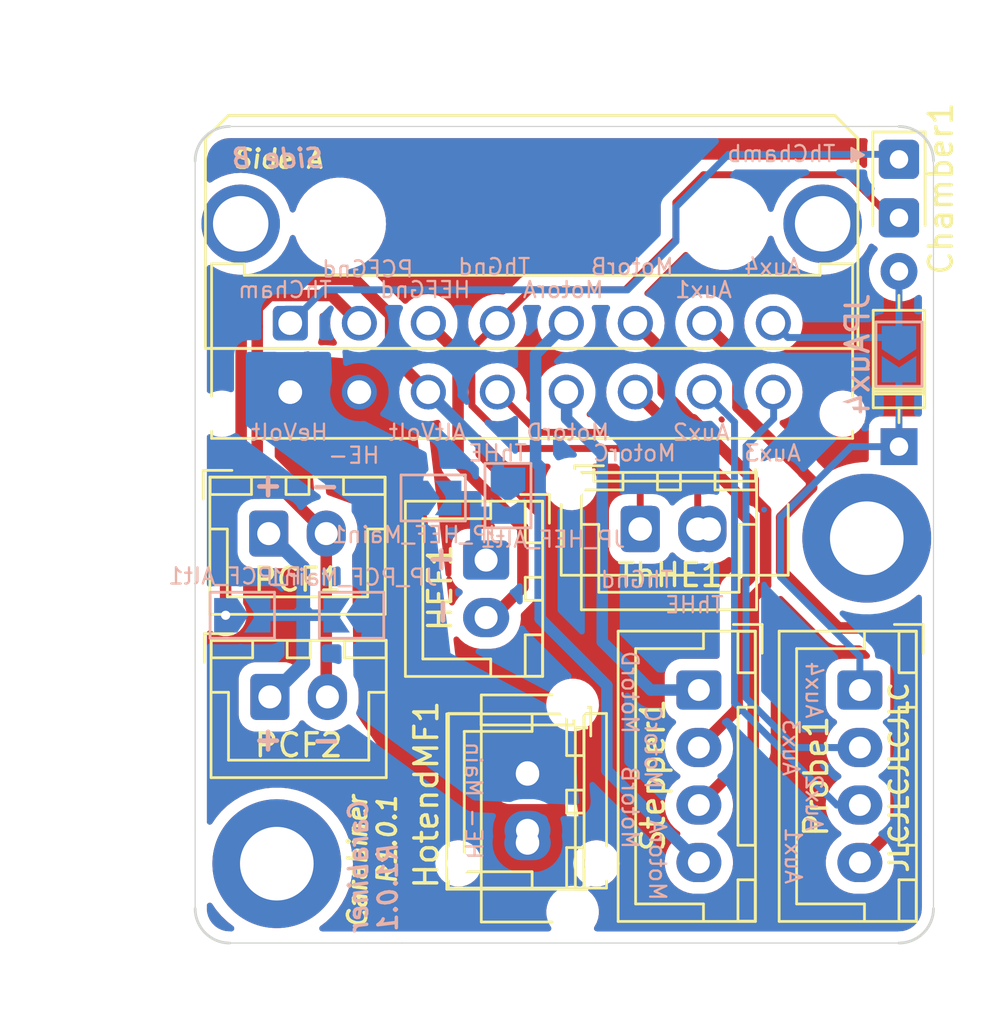
<source format=kicad_pcb>
(kicad_pcb (version 20210623) (generator pcbnew)
  (layers (0 "F.Cu" signal) (31 "B.Cu" signal) (34 "B.Paste" user) (35 "F.Paste" user) (36 "B.SilkS" user "B.Silkscreen") (37 "F.SilkS" user "F.Silkscreen") (38 "B.Mask" user) (39 "F.Mask" user) (44 "Edge.Cuts" user))
  (net 0 "")
  (net 1 "PcFanGnd")
  (net 2 "HotendFanGnd")
  (net 3 "Dio_A4")
  (net 4 "A4")
  (net 5 "Stepper1A")
  (net 6 "Stepper1B")
  (net 7 "Stepper2A")
  (net 8 "Stepper2B")
  (net 9 "HotendNeg")
  (net 10 "A1")
  (net 11 "A2")
  (net 12 "A3")
  (net 13 "HotendFanSwitch")
  (net 14 "PcFanSwitch")
  (net 15 "AltVolt")
  (net 16 "ThCommonGnd")
  (net 17 "ThChamber")
  (net 18 "HotendVoltage")
  (net 19 "ThHotend")
  (footprint "Diode_THT:D_DO-35_SOD27_P7.62mm_Horizontal" (layer "F.Cu") (at 81.1 47.92 90)
    (fp_text reference "D1" hide)
    (fp_text value "B350")
    (pad "1" thru_hole rect locked (at 0 0 90) (size 1.6 1.6) (drill 0.8) (layers *.Cu *.Mask) (net 3 "Dio_A4"))
    (pad "2" thru_hole oval locked (at 7.62 0 90) (size 1.6 1.6) (drill 0.8) (layers *.Cu *.Mask) (net 4 "A4"))
  )
  (footprint "MountingHole:MountingHole_3.2mm_M3_DIN965_Pad" (layer "F.Cu") (at 54.05 66.05)
    (fp_text reference "H1" hide)
    (fp_text value "MountingHole")
    (pad "1" thru_hole circle locked (at 0 0) (size 5.6 5.6) (drill 3.2) (layers *.Cu *.Mask))
  )
  (footprint "MountingHole:MountingHole_3.2mm_M3_DIN965_Pad" (layer "F.Cu") (at 79.7 51.9)
    (fp_text reference "H2" hide)
    (fp_text value "MountingHole")
    (pad "1" thru_hole circle locked (at 0 0) (size 5.6 5.6) (drill 3.2) (layers *.Cu *.Mask))
  )
  (footprint "Connector_Molex:Molex_Micro-Fit_3.0_43650-0215_1x02_P3.00mm_Vertical" (layer "F.Cu") (at 64.95 62.15 -90)
    (fp_text reference "HotendMF1" (at 0.9 4.4 90) (layer "F.SilkS"))
    (fp_text value "Hotend MF 43650-0215")
    (pad "" np_thru_hole circle locked (at -3 -1.96 270) (size 1.27 1.27) (drill 1.27) (layers *.Cu *.Mask))
    (pad "" np_thru_hole circle locked (at 6 -1.96 270) (size 1.27 1.27) (drill 1.27) (layers *.Cu *.Mask))
    (pad "1" thru_hole roundrect locked (at 0 0 270) (size 1.5 2.02) (drill 1.02) (layers *.Cu *.Mask) (roundrect_rratio 0.1666673333) (net 18 "HotendVoltage"))
    (pad "2" thru_hole oval locked (at 3 0 270) (size 1.5 2.02) (drill 1.02) (layers *.Cu *.Mask) (net 9 "HotendNeg"))
  )
  (footprint "Connector_JST:JST_XH_B2B-XH-A_1x02_P2.50mm_Vertical" (layer "F.Cu") (at 63.15 52.85 -90)
    (fp_text reference "HEF1" (at 1.2 2 90) (layer "F.SilkS"))
    (fp_text value "HotendFan")
    (pad "1" thru_hole roundrect locked (at 0 0 270) (size 1.7 2) (drill 1) (layers *.Cu *.Mask) (roundrect_rratio 0.1470588235) (net 13 "HotendFanSwitch"))
    (pad "2" thru_hole oval locked (at 2.5 0 270) (size 1.7 2) (drill 1) (layers *.Cu *.Mask) (net 2 "HotendFanGnd"))
  )
  (footprint "Connector_Molex:Molex_Micro-Fit_3.0_43045-1600_2x08_P3.00mm_Horizontal" (layer "F.Cu") (at 54.63 42.55)
    (fp_text reference "J7" hide)
    (fp_text value "MF-Horizontal 43045-1600")
    (pad "" np_thru_hole circle locked (at 2.16 -4.32) (size 3 3) (drill 3) (layers *.Cu *.Mask))
    (pad "" np_thru_hole circle locked (at 18.86 -4.32) (size 3 3) (drill 3) (layers *.Cu *.Mask))
    (pad "1" thru_hole roundrect locked (at 0 0) (size 1.5 1.5) (drill 1.02) (layers *.Cu *.Mask) (roundrect_rratio 0.1666673333) (net 17 "ThChamber"))
    (pad "2" thru_hole circle locked (at 3 0) (size 1.5 1.5) (drill 1.02) (layers *.Cu *.Mask) (net 1 "PcFanGnd"))
    (pad "3" thru_hole circle locked (at 6 0) (size 1.5 1.5) (drill 1.02) (layers *.Cu *.Mask) (net 2 "HotendFanGnd"))
    (pad "4" thru_hole circle locked (at 9 0) (size 1.5 1.5) (drill 1.02) (layers *.Cu *.Mask) (net 16 "ThCommonGnd"))
    (pad "5" thru_hole circle locked (at 12 0) (size 1.5 1.5) (drill 1.02) (layers *.Cu *.Mask) (net 5 "Stepper1A"))
    (pad "6" thru_hole circle locked (at 15 0) (size 1.5 1.5) (drill 1.02) (layers *.Cu *.Mask) (net 6 "Stepper1B"))
    (pad "7" thru_hole circle locked (at 18 0) (size 1.5 1.5) (drill 1.02) (layers *.Cu *.Mask) (net 10 "A1"))
    (pad "8" thru_hole circle locked (at 21 0) (size 1.5 1.5) (drill 1.02) (layers *.Cu *.Mask) (net 4 "A4"))
    (pad "9" thru_hole circle locked (at 0 3) (size 1.5 1.5) (drill 1.02) (layers *.Cu *.Mask) (net 18 "HotendVoltage"))
    (pad "10" thru_hole circle locked (at 3 3) (size 1.5 1.5) (drill 1.02) (layers *.Cu *.Mask) (net 9 "HotendNeg"))
    (pad "11" thru_hole circle locked (at 6 3) (size 1.5 1.5) (drill 1.02) (layers *.Cu *.Mask) (net 15 "AltVolt"))
    (pad "12" thru_hole circle locked (at 9 3) (size 1.5 1.5) (drill 1.02) (layers *.Cu *.Mask) (net 19 "ThHotend"))
    (pad "13" thru_hole circle locked (at 12 3) (size 1.5 1.5) (drill 1.02) (layers *.Cu *.Mask) (net 8 "Stepper2B"))
    (pad "14" thru_hole circle locked (at 15 3) (size 1.5 1.5) (drill 1.02) (layers *.Cu *.Mask) (net 7 "Stepper2A"))
    (pad "15" thru_hole circle locked (at 18 3) (size 1.5 1.5) (drill 1.02) (layers *.Cu *.Mask) (net 11 "A2"))
    (pad "16" thru_hole circle locked (at 21 3) (size 1.5 1.5) (drill 1.02) (layers *.Cu *.Mask) (net 12 "A3"))
  )
  (footprint "Connector_JST:JST_XH_B2B-XH-A_1x02_P2.50mm_Vertical" (layer "F.Cu") (at 53.7 51.7)
    (fp_text reference "PCF1" (at 1.25 2) (layer "F.SilkS"))
    (fp_text value "PcFan1")
    (pad "1" thru_hole roundrect locked (at 0 0) (size 1.7 2) (drill 1) (layers *.Cu *.Mask) (roundrect_rratio 0.1470588235) (net 14 "PcFanSwitch"))
    (pad "2" thru_hole oval locked (at 2.5 0) (size 1.7 2) (drill 1) (layers *.Cu *.Mask) (net 1 "PcFanGnd"))
  )
  (footprint "Connector_JST:JST_XH_B2B-XH-A_1x02_P2.50mm_Vertical" (layer "F.Cu") (at 53.75 58.8)
    (fp_text reference "PCF2" (at 1.25 2.1) (layer "F.SilkS"))
    (fp_text value "PcFan2")
    (pad "1" thru_hole roundrect locked (at 0 0) (size 1.7 2) (drill 1) (layers *.Cu *.Mask) (roundrect_rratio 0.1470588235) (net 14 "PcFanSwitch"))
    (pad "2" thru_hole oval locked (at 2.5 0) (size 1.7 2) (drill 1) (layers *.Cu *.Mask) (net 1 "PcFanGnd"))
  )
  (footprint "Connector_JST:JST_XH_B4B-XH-A_1x04_P2.50mm_Vertical" (layer "F.Cu") (at 79.4 58.5 -90)
    (fp_text reference "Probe1" (at 3.75 1.9 90) (layer "F.SilkS"))
    (fp_text value "Probe")
    (pad "1" thru_hole roundrect locked (at 0 0 270) (size 1.7 1.95) (drill 0.95) (layers *.Cu *.Mask) (roundrect_rratio 0.1470588235) (net 3 "Dio_A4"))
    (pad "2" thru_hole oval locked (at 2.5 0 270) (size 1.7 1.95) (drill 0.95) (layers *.Cu *.Mask) (net 12 "A3"))
    (pad "3" thru_hole oval locked (at 5 0 270) (size 1.7 1.95) (drill 0.95) (layers *.Cu *.Mask) (net 11 "A2"))
    (pad "4" thru_hole oval locked (at 7.5 0 270) (size 1.7 1.95) (drill 0.95) (layers *.Cu *.Mask) (net 10 "A1"))
  )
  (footprint "Connector_JST:JST_XH_B4B-XH-A_1x04_P2.50mm_Vertical" (layer "F.Cu") (at 72.4 58.5 -90)
    (fp_text reference "Stepper1" (at 3.7 2 90) (layer "F.SilkS"))
    (fp_text value "E-Stepper")
    (pad "1" thru_hole roundrect locked (at 0 0 270) (size 1.7 1.95) (drill 0.95) (layers *.Cu *.Mask) (roundrect_rratio 0.1470588235) (net 8 "Stepper2B"))
    (pad "2" thru_hole oval locked (at 2.5 0 270) (size 1.7 1.95) (drill 0.95) (layers *.Cu *.Mask) (net 7 "Stepper2A"))
    (pad "3" thru_hole oval locked (at 5 0 270) (size 1.7 1.95) (drill 0.95) (layers *.Cu *.Mask) (net 6 "Stepper1B"))
    (pad "4" thru_hole oval locked (at 7.5 0 270) (size 1.7 1.95) (drill 0.95) (layers *.Cu *.Mask) (net 5 "Stepper1A"))
  )
  (footprint "Connector_JST:JST_XH_B2B-XH-A_1x02_P2.50mm_Vertical" (layer "F.Cu") (at 69.85 51.5)
    (fp_text reference "ThHE1" (at 1.3 2) (layer "F.SilkS"))
    (fp_text value "Thermistor")
    (pad "1" thru_hole roundrect locked (at 0 0) (size 1.7 2) (drill 1) (layers *.Cu *.Mask) (roundrect_rratio 0.1470588235) (net 16 "ThCommonGnd"))
    (pad "2" thru_hole oval locked (at 2.5 0) (size 1.7 2) (drill 1) (layers *.Cu *.Mask) (net 19 "ThHotend"))
  )
  (footprint "carabiner-footprints:0603_to_1206_THT" (layer "F.Cu") (at 81.1 36.7 -90)
    (fp_text reference "Chamber1" (at 0 -1.82 -90) (layer "F.SilkS"))
    (fp_text value "Thermistor")
    (pad "1" thru_hole roundrect locked (at -1.27 0 270) (size 1.7 1.75) (drill 0.8) (layers *.Cu *.Mask) (roundrect_rratio 0.175) (net 17 "ThChamber"))
    (pad "2" thru_hole roundrect locked (at 1.27 0 270) (size 1.7 1.75) (drill 0.8) (layers *.Cu *.Mask) (roundrect_rratio 0.175) (net 16 "ThCommonGnd"))
  )
  (footprint "Connector_JST:JST_XH_B2B-XH-A_1x02_P2.50mm_Vertical" (layer "F.Cu") (at 64.95 62.1 -90)
    (fp_text reference "HotendXH1")
    (fp_text value "HotendXHTool")
    (pad "1" thru_hole roundrect locked (at 0 0 270) (size 1.7 2) (drill 1) (layers *.Cu *.Mask) (roundrect_rratio 0.1470588235) (net 18 "HotendVoltage"))
    (pad "2" thru_hole oval locked (at 2.5 0 270) (size 1.7 2) (drill 1) (layers *.Cu *.Mask) (net 9 "HotendNeg"))
  )
  (footprint "Connector_Molex:Molex_Micro-Fit_3.0_43045-1612_2x08_P3.00mm_Vertical" (layer "F.Cu") (at 54.65 42.55)
    (fp_text reference "J1" hide)
    (fp_text value "MF-Vertical  43045-1612")
    (pad "" np_thru_hole circle locked (at 24 3.94) (size 1 1) (drill 1) (layers *.Cu *.Mask))
    (pad "" np_thru_hole circle locked (at -3 3.94) (size 1 1) (drill 1) (layers *.Cu *.Mask))
    (pad "1" thru_hole roundrect locked (at 0 0) (size 1.5 1.5) (drill 1) (layers *.Cu *.Mask) (roundrect_rratio 0.1666673333) (net 17 "ThChamber"))
    (pad "2" thru_hole circle locked (at 3 0) (size 1.5 1.5) (drill 1) (layers *.Cu *.Mask) (net 1 "PcFanGnd"))
    (pad "3" thru_hole circle locked (at 6 0) (size 1.5 1.5) (drill 1) (layers *.Cu *.Mask) (net 2 "HotendFanGnd"))
    (pad "4" thru_hole circle locked (at 9 0) (size 1.5 1.5) (drill 1) (layers *.Cu *.Mask) (net 16 "ThCommonGnd"))
    (pad "5" thru_hole circle locked (at 12 0) (size 1.5 1.5) (drill 1) (layers *.Cu *.Mask) (net 5 "Stepper1A"))
    (pad "6" thru_hole circle locked (at 15 0) (size 1.5 1.5) (drill 1) (layers *.Cu *.Mask) (net 6 "Stepper1B"))
    (pad "7" thru_hole circle locked (at 18 0) (size 1.5 1.5) (drill 1) (layers *.Cu *.Mask) (net 10 "A1"))
    (pad "8" thru_hole circle locked (at 21 0) (size 1.5 1.5) (drill 1) (layers *.Cu *.Mask) (net 4 "A4"))
    (pad "9" thru_hole circle locked (at 0 3) (size 1.5 1.5) (drill 1) (layers *.Cu *.Mask) (net 18 "HotendVoltage"))
    (pad "10" thru_hole circle locked (at 3 3) (size 1.5 1.5) (drill 1) (layers *.Cu *.Mask) (net 9 "HotendNeg"))
    (pad "11" thru_hole circle locked (at 6 3) (size 1.5 1.5) (drill 1) (layers *.Cu *.Mask) (net 15 "AltVolt"))
    (pad "12" thru_hole circle locked (at 9 3) (size 1.5 1.5) (drill 1) (layers *.Cu *.Mask) (net 19 "ThHotend"))
    (pad "13" thru_hole circle locked (at 12 3) (size 1.5 1.5) (drill 1) (layers *.Cu *.Mask) (net 8 "Stepper2B"))
    (pad "14" thru_hole circle locked (at 15 3) (size 1.5 1.5) (drill 1) (layers *.Cu *.Mask) (net 7 "Stepper2A"))
    (pad "15" thru_hole circle locked (at 18 3) (size 1.5 1.5) (drill 1) (layers *.Cu *.Mask) (net 11 "A2"))
    (pad "16" thru_hole circle locked (at 21 3) (size 1.5 1.5) (drill 1) (layers *.Cu *.Mask) (net 12 "A3"))
  )
  (footprint "Connector_Molex:Molex_Micro-Fit_3.0_43650-0215_1x02_P3.00mm_Vertical" (layer "F.Cu") (at 69.85 51.5)
    (fp_text reference "ThHe_MF1" hide)
    (fp_text value "Thermistor MF 43650-0215")
    (pad "" np_thru_hole circle locked (at -3 -1.96) (size 1.27 1.27) (drill 1.27) (layers *.Cu *.Mask))
    (pad "" np_thru_hole circle locked (at 6 -1.96) (size 1.27 1.27) (drill 1.27) (layers *.Cu *.Mask))
    (pad "1" thru_hole roundrect locked (at 0 0) (size 1.5 2.02) (drill 1.02) (layers *.Cu *.Mask) (roundrect_rratio 0.1666673333) (net 16 "ThCommonGnd"))
    (pad "2" thru_hole oval locked (at 3 0) (size 1.5 2.02) (drill 1.02) (layers *.Cu *.Mask) (net 19 "ThHotend"))
  )
  (footprint "Connector_Molex:Molex_Micro-Fit_3.0_43045-1621_2x08-1MP_P3.00mm_Horizontal" (layer "F.Cu") (at 54.63 42.55)
    (fp_text reference "J2" hide)
    (fp_text value "MF-Horizontal 43045-1621")
    (pad "1" thru_hole roundrect locked (at 0 0) (size 1.5 1.5) (drill 1.02) (layers *.Cu *.Mask) (roundrect_rratio 0.1666673333) (net 17 "ThChamber"))
    (pad "2" thru_hole circle locked (at 3 0) (size 1.5 1.5) (drill 1.02) (layers *.Cu *.Mask) (net 1 "PcFanGnd"))
    (pad "3" thru_hole circle locked (at 6 0) (size 1.5 1.5) (drill 1.02) (layers *.Cu *.Mask) (net 2 "HotendFanGnd"))
    (pad "4" thru_hole circle locked (at 9 0) (size 1.5 1.5) (drill 1.02) (layers *.Cu *.Mask) (net 16 "ThCommonGnd"))
    (pad "5" thru_hole circle locked (at 12 0) (size 1.5 1.5) (drill 1.02) (layers *.Cu *.Mask) (net 5 "Stepper1A"))
    (pad "6" thru_hole circle locked (at 15 0) (size 1.5 1.5) (drill 1.02) (layers *.Cu *.Mask) (net 6 "Stepper1B"))
    (pad "7" thru_hole circle locked (at 18 0) (size 1.5 1.5) (drill 1.02) (layers *.Cu *.Mask) (net 10 "A1"))
    (pad "8" thru_hole circle locked (at 21 0) (size 1.5 1.5) (drill 1.02) (layers *.Cu *.Mask) (net 4 "A4"))
    (pad "9" thru_hole circle locked (at 0 3) (size 1.5 1.5) (drill 1.02) (layers *.Cu *.Mask) (net 18 "HotendVoltage"))
    (pad "10" thru_hole circle locked (at 3 3) (size 1.5 1.5) (drill 1.02) (layers *.Cu *.Mask) (net 9 "HotendNeg"))
    (pad "11" thru_hole circle locked (at 6 3) (size 1.5 1.5) (drill 1.02) (layers *.Cu *.Mask) (net 15 "AltVolt"))
    (pad "12" thru_hole circle locked (at 9 3) (size 1.5 1.5) (drill 1.02) (layers *.Cu *.Mask) (net 19 "ThHotend"))
    (pad "13" thru_hole circle locked (at 12 3) (size 1.5 1.5) (drill 1.02) (layers *.Cu *.Mask) (net 8 "Stepper2B"))
    (pad "14" thru_hole circle locked (at 15 3) (size 1.5 1.5) (drill 1.02) (layers *.Cu *.Mask) (net 7 "Stepper2A"))
    (pad "15" thru_hole circle locked (at 18 3) (size 1.5 1.5) (drill 1.02) (layers *.Cu *.Mask) (net 11 "A2"))
    (pad "16" thru_hole circle locked (at 21 3) (size 1.5 1.5) (drill 1.02) (layers *.Cu *.Mask) (net 12 "A3"))
    (pad "MP" thru_hole circle locked (at 23.15 -4.32) (size 3.41 3.41) (drill 2.41) (layers *.Cu *.Mask))
    (pad "MP" thru_hole circle locked (at -2.15 -4.32) (size 3.41 3.41) (drill 2.41) (layers *.Cu *.Mask))
  )
  (footprint "Connector_Molex:Molex_Micro-Fit_3.0_43045-0212_2x01_P3.00mm_Vertical" (layer "F.Cu") (at 64.95 62.1)
    (fp_text reference "HotendMF2" hide)
    (fp_text value " Hotend MF 43045-0212")
    (pad "" np_thru_hole circle locked (at -3 3.94) (size 1 1) (drill 1) (layers *.Cu *.Mask))
    (pad "" np_thru_hole circle locked (at 3 3.94) (size 1 1) (drill 1) (layers *.Cu *.Mask))
    (pad "1" thru_hole roundrect locked (at 0 0) (size 1.5 1.5) (drill 1) (layers *.Cu *.Mask) (roundrect_rratio 0.1666673333) (net 18 "HotendVoltage"))
    (pad "2" thru_hole circle locked (at 0 3) (size 1.5 1.5) (drill 1) (layers *.Cu *.Mask) (net 9 "HotendNeg"))
  )
  (footprint "Annex:AnnexLogo" (layer "F.Cu") (at 65.4 37.3)
    (fp_text reference "LOGO1" hide)
    (fp_text value "Logo_Open_Hardware_Small" hide)
  )
  (footprint "Annex:AnnexLogoBack" (layer "F.Cu") (at 66.7 37.3)
    (fp_text reference "LOGO2" hide)
    (fp_text value "Logo_Open_Hardware_Small" hide)
  )
  (footprint "Jumper:SolderJumper-2_P1.3mm_Open_TrianglePad1.0x1.5mm" (layer "B.Cu") (at 81.1 43.9 -90)
    (fp_text reference "JPAux4" (at 0 1.8 -90) (layer "B.SilkS") (effects (justify mirror)))
    (fp_text value "SolderJumper_2_Open")
    (pad "1" smd custom locked (at -0.725 0 270) (size 0.3 0.3) (layers "B.Cu" "B.Mask") (net 4 "A4") (options (clearance outline) (anchor rect)) (primitives (gr_poly (pts (xy -0.5 0.75) (xy 0.5 0.75) (xy 1 0) (xy 0.5 -0.75) (xy -0.5 -0.75)) (width 0) (fill yes))))
    (pad "2" smd custom locked (at 0.725 0 270) (size 0.3 0.3) (layers "B.Cu" "B.Mask") (net 3 "Dio_A4") (options (clearance outline) (anchor rect)) (primitives (gr_poly (pts (xy -0.65 0.75) (xy 0.5 0.75) (xy 0.5 -0.75) (xy -0.65 -0.75) (xy -0.15 0)) (width 0) (fill yes))))
  )
  (footprint "Jumper:SolderJumper-2_P1.3mm_Open_TrianglePad1.0x1.5mm" (layer "B.Cu") (at 64.1 50.05 -90)
    (fp_text reference "JP_HEF_Alt1" (at 1.9 -1.95 180) (layer "B.SilkS") (effects (font (size 0.7 0.7) (thickness 0.1)) (justify mirror)))
    (fp_text value "SolderJumper_2_Open")
    (pad "1" smd custom locked (at -0.725 0 270) (size 0.3 0.3) (layers "B.Cu" "B.Mask") (net 15 "AltVolt") (options (clearance outline) (anchor rect)) (primitives (gr_poly (pts (xy -0.5 0.75) (xy 0.5 0.75) (xy 1 0) (xy 0.5 -0.75) (xy -0.5 -0.75)) (width 0) (fill yes))))
    (pad "2" smd custom locked (at 0.725 0 270) (size 0.3 0.3) (layers "B.Cu" "B.Mask") (net 13 "HotendFanSwitch") (options (clearance outline) (anchor rect)) (primitives (gr_poly (pts (xy -0.65 0.75) (xy 0.5 0.75) (xy 0.5 -0.75) (xy -0.65 -0.75) (xy -0.15 0)) (width 0) (fill yes))))
  )
  (footprint "Jumper:SolderJumper-2_P1.3mm_Open_TrianglePad1.0x1.5mm" (layer "B.Cu") (at 60.85 50.15)
    (fp_text reference "JP_HEF_Main1" (at -0.75 1.6) (layer "B.SilkS") (effects (font (size 0.7 0.7) (thickness 0.1)) (justify mirror)))
    (fp_text value "SolderJumper_2_Open")
    (pad "1" smd custom locked (at -0.725 0) (size 0.3 0.3) (layers "B.Cu" "B.Mask") (net 18 "HotendVoltage") (options (clearance outline) (anchor rect)) (primitives (gr_poly (pts (xy -0.5 0.75) (xy 0.5 0.75) (xy 1 0) (xy 0.5 -0.75) (xy -0.5 -0.75)) (width 0) (fill yes))))
    (pad "2" smd custom locked (at 0.725 0) (size 0.3 0.3) (layers "B.Cu" "B.Mask") (net 13 "HotendFanSwitch") (options (clearance outline) (anchor rect)) (primitives (gr_poly (pts (xy -0.65 0.75) (xy 0.5 0.75) (xy 0.5 -0.75) (xy -0.65 -0.75) (xy -0.15 0)) (width 0) (fill yes))))
  )
  (footprint "Jumper:SolderJumper-2_P1.3mm_Open_TrianglePad1.0x1.5mm" (layer "B.Cu") (at 52.55 55.25)
    (fp_text reference "JP_PCF_Alt1" (at -0.05 -1.7) (layer "B.SilkS") (effects (font (size 0.7 0.7) (thickness 0.1)) (justify mirror)))
    (fp_text value "SolderJumper_2_Open")
    (pad "1" smd custom locked (at -0.725 0) (size 0.3 0.3) (layers "B.Cu" "B.Mask") (net 15 "AltVolt") (options (clearance outline) (anchor rect)) (primitives (gr_poly (pts (xy -0.5 0.75) (xy 0.5 0.75) (xy 1 0) (xy 0.5 -0.75) (xy -0.5 -0.75)) (width 0) (fill yes))))
    (pad "2" smd custom locked (at 0.725 0) (size 0.3 0.3) (layers "B.Cu" "B.Mask") (net 14 "PcFanSwitch") (options (clearance outline) (anchor rect)) (primitives (gr_poly (pts (xy -0.65 0.75) (xy 0.5 0.75) (xy 0.5 -0.75) (xy -0.65 -0.75) (xy -0.15 0)) (width 0) (fill yes))))
  )
  (footprint "Jumper:SolderJumper-2_P1.3mm_Open_TrianglePad1.0x1.5mm" (layer "B.Cu") (at 57.3 55.25 180)
    (fp_text reference "JP_PCF_Main1" (at -0.05 1.65) (layer "B.SilkS") (effects (font (size 0.7 0.7) (thickness 0.1)) (justify mirror)))
    (fp_text value "SolderJumper_2_Open")
    (pad "1" smd custom locked (at -0.725 0 180) (size 0.3 0.3) (layers "B.Cu" "B.Mask") (net 18 "HotendVoltage") (options (clearance outline) (anchor rect)) (primitives (gr_poly (pts (xy -0.5 0.75) (xy 0.5 0.75) (xy 1 0) (xy 0.5 -0.75) (xy -0.5 -0.75)) (width 0) (fill yes))))
    (pad "2" smd custom locked (at 0.725 0 180) (size 0.3 0.3) (layers "B.Cu" "B.Mask") (net 14 "PcFanSwitch") (options (clearance outline) (anchor rect)) (primitives (gr_poly (pts (xy -0.65 0.75) (xy 0.5 0.75) (xy 0.5 -0.75) (xy -0.65 -0.75) (xy -0.15 0)) (width 0) (fill yes))))
  )
  (gr_line (start 50.5 68) (end 50.5 59.6) (layer "Edge.Cuts") (width 0.05))
  (gr_line (start 50.5 35.5) (end 50.5 59.6) (layer "Edge.Cuts") (width 0.05))
  (gr_arc (start 81.1 35.5) (end 82.6 35.5) (angle -90) (layer "Edge.Cuts") (width 0.12))
  (gr_arc (start 52 68) (end 50.5 68) (angle -90) (layer "Edge.Cuts") (width 0.12))
  (gr_arc (start 81.1 68) (end 81.1 69.5) (angle -90) (layer "Edge.Cuts") (width 0.12))
  (gr_arc (start 52 35.5) (end 52 34) (angle -90) (layer "Edge.Cuts") (width 0.12))
  (gr_line (start 79.8 34) (end 52 34) (layer "Edge.Cuts") (width 0.05))
  (gr_line (start 82.6 35.5) (end 82.6 68) (layer "Edge.Cuts") (width 0.05))
  (gr_line (start 59.5 69.5) (end 52 69.5) (layer "Edge.Cuts") (width 0.05))
  (gr_line (start 59.5 69.5) (end 81.1 69.5) (layer "Edge.Cuts") (width 0.05))
  (gr_line (start 79.8 34) (end 81.1 34) (layer "Edge.Cuts") (width 0.05))
  (gr_text "-" (at 56.15 49.75 180) (layer "B.SilkS") (effects (font (size 1 1) (thickness 0.2)) (justify mirror)))
  (gr_text "+" (at 53.6 49.65 90) (layer "B.SilkS") (effects (font (size 1 1) (thickness 0.2)) (justify mirror)))
  (gr_text "Aux2" (at 77.4 63.4 270) (layer "B.SilkS") (effects (font (size 0.7 0.7) (thickness 0.1)) (justify mirror)))
  (gr_text "HE-\n" (at 62.6 64.75 270) (layer "B.SilkS") (effects (font (size 0.7 0.7) (thickness 0.1)) (justify mirror)))
  (gr_text "ThHE" (at 72.2 54.8) (layer "B.SilkS") (effects (font (size 0.7 0.7) (thickness 0.1)) (justify mirror)))
  (gr_text "ThHE" (at 63.65 48.2) (layer "B.SilkS") (effects (font (size 0.7 0.7) (thickness 0.1)) (justify mirror)))
  (gr_text "MotorD" (at 69.4 58.6 270) (layer "B.SilkS") (effects (font (size 0.7 0.7) (thickness 0.1)) (justify mirror)))
  (gr_text "◀ ThChamb\n\n" (at 79.8 35.75) (layer "B.SilkS") (effects (font (size 0.7 0.7) (thickness 0.1)) (justify left mirror)))
  (gr_text "Carabiner\nR1.0.1" (at 58.24 69.09 90) (layer "B.SilkS") (effects (font (size 0.8 0.8) (thickness 0.15) italic) (justify right mirror)))
  (gr_text "Aux1" (at 76.5 65.7 270) (layer "B.SilkS") (effects (font (size 0.7 0.7) (thickness 0.1)) (justify mirror)))
  (gr_text "HEFGnd" (at 60.5 41.1) (layer "B.SilkS") (effects (font (size 0.7 0.7) (thickness 0.1)) (justify mirror)))
  (gr_text "Aux3" (at 75.6 48.2) (layer "B.SilkS") (effects (font (size 0.7 0.7) (thickness 0.1)) (justify mirror)))
  (gr_text "Aux3" (at 76.4 61 270) (layer "B.SilkS") (effects (font (size 0.7 0.7) (thickness 0.1)) (justify mirror)))
  (gr_text "Aux1" (at 72.6 41.1) (layer "B.SilkS") (effects (font (size 0.7 0.7) (thickness 0.1)) (justify mirror)))
  (gr_text "MotorC" (at 69.6 48.2) (layer "B.SilkS") (effects (font (size 0.7 0.7) (thickness 0.1)) (justify mirror)))
  (gr_text "+" (at 53.6 60.7 90) (layer "B.SilkS") (effects (font (size 1 1) (thickness 0.2)) (justify mirror)))
  (gr_text "AltVolt" (at 60.6 47.3) (layer "B.SilkS") (effects (font (size 0.7 0.7) (thickness 0.1)) (justify mirror)))
  (gr_text "Main" (at 62.6 61.95 270) (layer "B.SilkS") (effects (font (size 0.7 0.7) (thickness 0.1)) (justify mirror)))
  (gr_text "MotorC" (at 70.4 61 270) (layer "B.SilkS") (effects (font (size 0.7 0.7) (thickness 0.1)) (justify mirror)))
  (gr_text "ThGnd" (at 63.5 40.1) (layer "B.SilkS") (effects (font (size 0.7 0.7) (thickness 0.1)) (justify mirror)))
  (gr_text "Side B" (at 54.119007 35.380287) (layer "B.SilkS") (effects (font (size 0.8 0.8) (thickness 0.15) italic) (justify mirror)))
  (gr_text "ThGnd" (at 69.7 53.7) (layer "B.SilkS") (effects (font (size 0.7 0.7) (thickness 0.1)) (justify mirror)))
  (gr_text "Aux2" (at 72.5 47.3) (layer "B.SilkS") (effects (font (size 0.7 0.7) (thickness 0.1)) (justify mirror)))
  (gr_text "MotorA" (at 66.5 41.1) (layer "B.SilkS") (effects (font (size 0.7 0.7) (thickness 0.1)) (justify mirror)))
  (gr_text "MotorA" (at 70.6 65.9 270) (layer "B.SilkS") (effects (font (size 0.7 0.7) (thickness 0.1)) (justify mirror)))
  (gr_text "MotorB" (at 69.5 40.1) (layer "B.SilkS") (effects (font (size 0.7 0.7) (thickness 0.1)) (justify mirror)))
  (gr_text "HE-\n" (at 57.4 48.3) (layer "B.SilkS") (effects (font (size 0.7 0.7) (thickness 0.1)) (justify mirror)))
  (gr_text "-" (at 61.2 55.1 90) (layer "B.SilkS") (effects (font (size 1 1) (thickness 0.2)) (justify mirror)))
  (gr_text "HeVolt" (at 54.6 47.3) (layer "B.SilkS") (effects (font (size 0.7 0.7) (thickness 0.1)) (justify mirror)))
  (gr_text "Aux4" (at 77.4 58.5 270) (layer "B.SilkS") (effects (font (size 0.7 0.7) (thickness 0.1)) (justify mirror)))
  (gr_text "MotorD" (at 66.7 47.3) (layer "B.SilkS") (effects (font (size 0.7 0.7) (thickness 0.1)) (justify mirror)))
  (gr_text "MotorB" (at 69.4 63.6 270) (layer "B.SilkS") (effects (font (size 0.7 0.7) (thickness 0.1)) (justify mirror)))
  (gr_text "ThCham\n" (at 54.4 41.1) (layer "B.SilkS") (effects (font (size 0.7 0.7) (thickness 0.1)) (justify mirror)))
  (gr_text "Aux4" (at 75.6 40.1) (layer "B.SilkS") (effects (font (size 0.7 0.7) (thickness 0.1)) (justify mirror)))
  (gr_text "PCFGnd" (at 58 40.2) (layer "B.SilkS") (effects (font (size 0.7 0.7) (thickness 0.1)) (justify mirror)))
  (gr_text "-" (at 56.2 60.8 180) (layer "B.SilkS") (effects (font (size 1 1) (thickness 0.2)) (justify mirror)))
  (gr_text "+" (at 61.2 52.75) (layer "B.SilkS") (effects (font (size 1 1) (thickness 0.2)) (justify mirror)))
  (gr_text "Side A" (at 54.12 35.41) (layer "F.SilkS") (effects (font (size 0.8 0.8) (thickness 0.15) italic)))
  (gr_text "JLCJLCJLCJLC" (at 81.1 62.3 90) (layer "F.SilkS") (effects (font (size 0.8 0.8))))
  (gr_text "Carabiner\nR1.0.1\n" (at 58.2 62.97 90) (layer "F.SilkS") (effects (font (size 0.8 0.8) (thickness 0.15) italic) (justify right)))
  (segment (start 53.2 41.9) (end 53.2 42.7) (width 0.5) (layer "F.Cu") (net 1))
  (segment (start 53.2 48.7) (end 56.2 51.7) (width 0.5) (layer "F.Cu") (net 1))
  (segment (start 57.63 42.55) (end 56.43048 41.35048) (width 0.5) (layer "F.Cu") (net 1))
  (segment (start 53.2 45) (end 53.2 48.7) (width 0.5) (layer "F.Cu") (net 1))
  (segment (start 56.2 51.7) (end 56.2 58.75) (width 0.5) (layer "F.Cu") (net 1))
  (segment (start 53.74952 41.35048) (end 53.2 41.9) (width 0.5) (layer "F.Cu") (net 1))
  (segment (start 56.2 58.75) (end 56.25 58.8) (width 0.5) (layer "F.Cu") (net 1))
  (segment (start 53.2 42.7) (end 53.2 45) (width 0.5) (layer "F.Cu") (net 1))
  (segment (start 56.43048 41.35048) (end 53.74952 41.35048) (width 0.5) (layer "F.Cu") (net 1))
  (segment (start 60.63 42.55) (end 61.930969 43.850969) (width 0.5) (layer "F.Cu") (net 2))
  (segment (start 61.930969 43.850969) (end 61.930969 48.639903) (width 0.5) (layer "F.Cu") (net 2))
  (segment (start 64.75 51.458934) (end 64.75 54.02) (width 0.5) (layer "F.Cu") (net 2))
  (segment (start 63.42 55.35) (end 63.15 55.35) (width 0.5) (layer "F.Cu") (net 2))
  (segment (start 61.930969 48.639903) (end 64.75 51.458934) (width 0.5) (layer "F.Cu") (net 2))
  (segment (start 64.75 54.02) (end 63.42 55.35) (width 0.5) (layer "F.Cu") (net 2))
  (segment (start 60.63 42.55) (end 61.849511 43.769511) (width 0.5) (layer "F.Cu") (net 2))
  (segment (start 75.95003 53.58579) (end 79.4 57.03576) (width 0.3) (layer "B.Cu") (net 3))
  (segment (start 79.4 57.03576) (end 79.4 58.5) (width 0.3) (layer "B.Cu") (net 3))
  (segment (start 81.1 44.625) (end 81.1 47.92) (width 0.3) (layer "B.Cu") (net 3))
  (segment (start 79.017998 47.92) (end 75.95003 50.987968) (width 0.3) (layer "B.Cu") (net 3))
  (segment (start 81.1 47.92) (end 79.017998 47.92) (width 0.3) (layer "B.Cu") (net 3))
  (segment (start 75.95003 50.987968) (end 75.95003 53.58579) (width 0.3) (layer "B.Cu") (net 3))
  (segment (start 81.1 43.175) (end 81.1 40.3) (width 0.3) (layer "B.Cu") (net 4))
  (segment (start 76.275 43.175) (end 75.65 42.55) (width 0.3) (layer "B.Cu") (net 4))
  (segment (start 81.1 43.175) (end 76.275 43.175) (width 0.3) (layer "B.Cu") (net 4))
  (segment (start 72.4 66) (end 72.275 66) (width 0.8) (layer "F.Cu") (net 5))
  (segment (start 66.65 42.55) (end 65.3 43.9) (width 0.5) (layer "B.Cu") (net 5))
  (segment (start 68.4 62) (end 72.4 66) (width 0.5) (layer "B.Cu") (net 5))
  (segment (start 65.3 48.6) (end 65.5 48.8) (width 0.5) (layer "B.Cu") (net 5))
  (segment (start 68.4 58.3) (end 68.4 62) (width 0.5) (layer "B.Cu") (net 5))
  (segment (start 65.5 48.8) (end 65.5 55.4) (width 0.5) (layer "B.Cu") (net 5))
  (segment (start 65.5 55.4) (end 68.4 58.3) (width 0.5) (layer "B.Cu") (net 5))
  (segment (start 65.3 43.9) (end 65.3 48.6) (width 0.5) (layer "B.Cu") (net 5))
  (segment (start 74.20001 61.69999) (end 72.4 63.5) (width 0.5) (layer "F.Cu") (net 6))
  (segment (start 72.4 63.5) (end 72.4 63.175623) (width 0.8) (layer "F.Cu") (net 6))
  (segment (start 74.85914 50.264999) (end 75.3 50.705859) (width 0.5) (layer "F.Cu") (net 6))
  (segment (start 75.3 53.929998) (end 74.764999 54.464999) (width 0.5) (layer "F.Cu") (net 6))
  (segment (start 74.764999 61.135001) (end 74.20001 61.69999) (width 0.5) (layer "F.Cu") (net 6))
  (segment (start 70.850001 45.546003) (end 72.053999 46.750001) (width 0.5) (layer "F.Cu") (net 6))
  (segment (start 70.850001 43.770001) (end 70.850001 45.546003) (width 0.5) (layer "F.Cu") (net 6))
  (segment (start 69.63 42.55) (end 70.850001 43.770001) (width 0.5) (layer "F.Cu") (net 6))
  (segment (start 74.764999 49.364999) (end 74.764999 50.264999) (width 0.5) (layer "F.Cu") (net 6))
  (segment (start 72.150001 46.750001) (end 74.764999 49.364999) (width 0.5) (layer "F.Cu") (net 6))
  (segment (start 74.764999 50.264999) (end 74.85914 50.264999) (width 0.5) (layer "F.Cu") (net 6))
  (segment (start 72.053999 46.750001) (end 72.150001 46.750001) (width 0.5) (layer "F.Cu") (net 6))
  (segment (start 74.764999 54.464999) (end 74.764999 61.135001) (width 0.5) (layer "F.Cu") (net 6))
  (segment (start 75.3 50.705859) (end 75.3 53.929998) (width 0.5) (layer "F.Cu") (net 6))
  (segment (start 74.05001 54.190026) (end 74.05001 54.85001) (width 0.5) (layer "F.Cu") (net 7))
  (segment (start 74.064989 54.864989) (end 74.064989 59.335011) (width 0.5) (layer "F.Cu") (net 7))
  (segment (start 74.05001 49.95001) (end 74.05001 50.45001) (width 0.5) (layer "F.Cu") (net 7))
  (segment (start 74.59999 51.147911) (end 74.59999 53.640046) (width 0.5) (layer "F.Cu") (net 7))
  (segment (start 74.064989 50.464989) (end 74.064989 50.61291) (width 0.5) (layer "F.Cu") (net 7))
  (segment (start 74.05001 54.85001) (end 74.064989 54.864989) (width 0.5) (layer "F.Cu") (net 7))
  (segment (start 74.064989 59.335011) (end 72.4 61) (width 0.5) (layer "F.Cu") (net 7))
  (segment (start 74.05001 50.45001) (end 74.064989 50.464989) (width 0.5) (layer "F.Cu") (net 7))
  (segment (start 69.65 45.55) (end 74.05001 49.95001) (width 0.5) (layer "F.Cu") (net 7))
  (segment (start 74.59999 53.640046) (end 74.05001 54.190026) (width 0.5) (layer "F.Cu") (net 7))
  (segment (start 74.064989 50.61291) (end 74.59999 51.147911) (width 0.5) (layer "F.Cu") (net 7))
  (segment (start 72.525 61) (end 72.4 61) (width 0.8) (layer "B.Cu") (net 7))
  (segment (start 72.4 61) (end 72.275 61) (width 0.8) (layer "B.Cu") (net 7))
  (segment (start 72.4 60.814966) (end 72.4 61) (width 0.5) (layer "B.Cu") (net 7))
  (segment (start 68.2 48.25) (end 68.2 56.4) (width 0.5) (layer "B.Cu") (net 8))
  (segment (start 66.65 45.55) (end 66.65 46.7) (width 0.5) (layer "B.Cu") (net 8))
  (segment (start 70.3 58.5) (end 72.4 58.5) (width 0.5) (layer "B.Cu") (net 8))
  (segment (start 68.2 56.4) (end 70.3 58.5) (width 0.5) (layer "B.Cu") (net 8))
  (segment (start 66.65 46.7) (end 68.2 48.25) (width 0.5) (layer "B.Cu") (net 8))
  (segment (start 65.55 64.2) (end 65.4 64.2) (width 0.6) (layer "B.Cu") (net 9))
  (segment (start 76.35 48.45) (end 76.365802 48.45) (width 0.5) (layer "F.Cu") (net 10))
  (segment (start 78.467998 55.8) (end 79.75 55.8) (width 0.5) (layer "F.Cu") (net 10))
  (segment (start 74.1 46.2) (end 76.35 48.45) (width 0.5) (layer "F.Cu") (net 10))
  (segment (start 77.3 49.4) (end 77.3 49.695802) (width 0.5) (layer "F.Cu") (net 10))
  (segment (start 80.97501 64.42499) (end 79.4 66) (width 0.5) (layer "F.Cu") (net 10))
  (segment (start 76 53.332002) (end 78.467998 55.8) (width 0.5) (layer "F.Cu") (net 10))
  (segment (start 76.935001 49.035001) (end 77.3 49.4) (width 0.5) (layer "F.Cu") (net 10))
  (segment (start 76.365802 48.45) (end 76.935001 49.019199) (width 0.5) (layer "F.Cu") (net 10))
  (segment (start 72.65 42.55) (end 74.1 44) (width 0.5) (layer "F.Cu") (net 10))
  (segment (start 79.75 55.8) (end 80.97501 57.02501) (width 0.5) (layer "F.Cu") (net 10))
  (segment (start 76.935001 49.019199) (end 76.935001 49.035001) (width 0.5) (layer "F.Cu") (net 10))
  (segment (start 77.3 49.695802) (end 76 50.995802) (width 0.5) (layer "F.Cu") (net 10))
  (segment (start 74.1 44) (end 74.1 46.2) (width 0.5) (layer "F.Cu") (net 10))
  (segment (start 76 50.995802) (end 76 53.332002) (width 0.5) (layer "F.Cu") (net 10))
  (segment (start 80.97501 57.02501) (end 80.97501 64.42499) (width 0.5) (layer "F.Cu") (net 10))
  (segment (start 72.65 45.55) (end 73.95001 46.85001) (width 0.3) (layer "B.Cu") (net 11))
  (segment (start 74.65002 59.75002) (end 78.4 63.5) (width 0.3) (layer "B.Cu") (net 11))
  (segment (start 73.95001 56.64997) (end 73.95001 59.05001) (width 0.3) (layer "B.Cu") (net 11))
  (segment (start 73.95001 59.05001) (end 74.65002 59.75002) (width 0.3) (layer "B.Cu") (net 11))
  (segment (start 78.4 63.5) (end 79.4 63.5) (width 0.3) (layer "B.Cu") (net 11))
  (segment (start 73.95001 46.85001) (end 73.95001 56.64997) (width 0.3) (layer "B.Cu") (net 11))
  (segment (start 75.65 46.70002) (end 74.45002 47.9) (width 0.3) (layer "B.Cu") (net 12))
  (segment (start 74.45002 58.8429) (end 76.60712 61) (width 0.3) (layer "B.Cu") (net 12))
  (segment (start 79.4 61) (end 79.4 60.63819) (width 0.25) (layer "B.Cu") (net 12))
  (segment (start 75.45 45.75) (end 75.65 45.55) (width 0.3) (layer "B.Cu") (net 12))
  (segment (start 76.60712 61) (end 79.4 61) (width 0.3) (layer "B.Cu") (net 12))
  (segment (start 74.45002 47.9) (end 74.45002 58.8429) (width 0.3) (layer "B.Cu") (net 12))
  (segment (start 75.65 45.55) (end 75.65 46.70002) (width 0.3) (layer "B.Cu") (net 12))
  (segment (start 79.4 61) (end 78.125 61) (width 0.3) (layer "B.Cu") (net 12))
  (segment (start 62.7 50.7) (end 62.7 52.4) (width 0.5) (layer "B.Cu") (net 13))
  (segment (start 62.775 50.775) (end 62.7 50.7) (width 0.5) (layer "B.Cu") (net 13))
  (segment (start 62.7 52.4) (end 63.15 52.85) (width 0.5) (layer "B.Cu") (net 13))
  (segment (start 62.7 50.1) (end 62.7 50.7) (width 0.5) (layer "B.Cu") (net 13))
  (segment (start 62.75 52.7) (end 63.75 52.7) (width 0.6) (layer "B.Cu") (net 13))
  (segment (start 62.7 50.1) (end 61.625 50.1) (width 0.5) (layer "B.Cu") (net 13))
  (segment (start 64.1 50.775) (end 62.775 50.775) (width 0.5) (layer "B.Cu") (net 13))
  (segment (start 55.5 55.25) (end 55.2 54.95) (width 0.5) (layer "B.Cu") (net 14))
  (segment (start 55.2 55.4) (end 55.2 54.95) (width 0.6) (layer "B.Cu") (net 14))
  (segment (start 55.2 53.2) (end 53.7 51.7) (width 0.6) (layer "B.Cu") (net 14))
  (segment (start 55.2 54.95) (end 55.2 53.2) (width 0.6) (layer "B.Cu") (net 14))
  (segment (start 55.2 55.4) (end 55.2 57.35) (width 0.6) (layer "B.Cu") (net 14))
  (segment (start 56.575 55.25) (end 55.5 55.25) (width 0.5) (layer "B.Cu") (net 14))
  (segment (start 54.9 55.25) (end 55.2 54.95) (width 0.5) (layer "B.Cu") (net 14))
  (segment (start 53.275 55.25) (end 54.9 55.25) (width 0.5) (layer "B.Cu") (net 14))
  (segment (start 55.2 57.35) (end 53.75 58.8) (width 0.6) (layer "B.Cu") (net 14))
  (segment (start 60.63 45.55) (end 59 43.92) (width 0.5) (layer "F.Cu") (net 15))
  (segment (start 59 42.203634) (end 57.447327 40.650961) (width 0.5) (layer "F.Cu") (net 15))
  (segment (start 59 42.9) (end 59 42.203634) (width 0.5) (layer "F.Cu") (net 15))
  (segment (start 52.5 48.3) (end 51.825 48.975) (width 0.5) (layer "F.Cu") (net 15))
  (segment (start 59 43.92) (end 59 42.9) (width 0.5) (layer "F.Cu") (net 15))
  (segment (start 53.459769 40.650961) (end 52.5 41.61073) (width 0.5) (layer "F.Cu") (net 15))
  (segment (start 51.825 48.975) (end 51.825 55.25) (width 0.5) (layer "F.Cu") (net 15))
  (segment (start 57.447327 40.650961) (end 53.459769 40.650961) (width 0.5) (layer "F.Cu") (net 15))
  (segment (start 52.5 41.61073) (end 52.5 48.3) (width 0.5) (layer "F.Cu") (net 15))
  (via (at 51.825 55.25) (size 0.8) (drill 0.4) (layers "F.Cu" "B.Cu") (net 15))
  (segment (start 63.68 48.905) (end 64.1 49.325) (width 0.5) (layer "B.Cu") (net 15))
  (segment (start 63.68 48.6) (end 63.68 48.905) (width 0.5) (layer "B.Cu") (net 15))
  (segment (start 60.63 45.55) (end 63.68 48.6) (width 0.5) (layer "B.Cu") (net 15))
  (segment (start 72.60001 36.10001) (end 78.90001 36.10001) (width 0.3) (layer "F.Cu") (net 16))
  (segment (start 65.07999 41.10001) (end 63.63 42.55) (width 0.3) (layer "F.Cu") (net 16))
  (segment (start 71.4 38.9) (end 71.4 37.30002) (width 0.3) (layer "F.Cu") (net 16))
  (segment (start 69.85 51.5) (end 69.85 50.992605) (width 0.25) (layer "F.Cu") (net 16))
  (segment (start 80.9875 38.1875) (end 81.1 38.1875) (width 0.3) (layer "F.Cu") (net 16))
  (segment (start 69.85 51.000721) (end 69.85 51.5) (width 0.3) (layer "F.Cu") (net 16))
  (segment (start 62.530489 46.130489) (end 64.4 48) (width 0.3) (layer "F.Cu") (net 16))
  (segment (start 63.63 42.55) (end 62.530489 43.649511) (width 0.3) (layer "F.Cu") (net 16))
  (segment (start 62.530489 43.649511) (end 62.530489 46.130489) (width 0.3) (layer "F.Cu") (net 16))
  (segment (start 69.85 48.75) (end 69.1 48) (width 0.3) (layer "F.Cu") (net 16))
  (segment (start 67.50001 41.10001) (end 65.07999 41.10001) (width 0.3) (layer "F.Cu") (net 16))
  (segment (start 71.4 37.30002) (end 72.60001 36.10001) (width 0.3) (layer "F.Cu") (net 16))
  (segment (start 69.19999 41.10001) (end 67.50001 41.10001) (width 0.3) (layer "F.Cu") (net 16))
  (segment (start 78.90001 36.10001) (end 80.9875 38.1875) (width 0.3) (layer "F.Cu") (net 16))
  (segment (start 69.85 51.5) (end 69.85 48.75) (width 0.3) (layer "F.Cu") (net 16))
  (segment (start 69.8 51.55) (end 69.85 51.5) (width 0.3) (layer "F.Cu") (net 16))
  (segment (start 69.1 48) (end 64.4 48) (width 0.3) (layer "F.Cu") (net 16))
  (segment (start 69.19999 41.10001) (end 71.4 38.9) (width 0.3) (layer "F.Cu") (net 16))
  (segment (start 81.0125 35.6) (end 81.2 35.4125) (width 0.4) (layer "F.Cu") (net 17))
  (segment (start 80.7125 35.6) (end 81.1 35.2125) (width 0.3) (layer "F.Cu") (net 17))
  (segment (start 73.6875 35.2125) (end 71.4 37.5) (width 0.3) (layer "B.Cu") (net 17))
  (segment (start 81.1 35.2125) (end 73.6875 35.2125) (width 0.3) (layer "B.Cu") (net 17))
  (segment (start 71.4 37.5) (end 71.4 39) (width 0.3) (layer "B.Cu") (net 17))
  (segment (start 71.4 39) (end 69.3 41.1) (width 0.3) (layer "B.Cu") (net 17))
  (segment (start 56.1 41.1) (end 54.65 42.55) (width 0.3) (layer "B.Cu") (net 17))
  (segment (start 69.3 41.1) (end 56.1 41.1) (width 0.3) (layer "B.Cu") (net 17))
  (segment (start 64.95 62.1) (end 64.7 62.1) (width 2) (layer "B.Cu") (net 18))
  (segment (start 72.2 51.5) (end 72.2 51.35) (width 0.4) (layer "F.Cu") (net 19))
  (segment (start 65.400008 47.300008) (end 70.000008 47.300008) (width 0.3) (layer "F.Cu") (net 19))
  (segment (start 72.35 49.65) (end 72.35 51.5) (width 0.3) (layer "F.Cu") (net 19))
  (segment (start 63.65 45.55) (end 65.400008 47.300008) (width 0.3) (layer "F.Cu") (net 19))
  (segment (start 72.3 51.9) (end 72.3 50.9) (width 0.4) (layer "F.Cu") (net 19))
  (segment (start 70.000008 47.300008) (end 72.35 49.65) (width 0.3) (layer "F.Cu") (net 19))
  (zone (net 0) (net_name "") (layer "F.Cu") (connect_pads (clearance 0.508)) (min_thickness 0.254) (fill yes (thermal_gap 0.26) (thermal_bridge_width 0.26))
    (polygon (pts (xy 83.7 71.5) (xy 49.3 71.5) (xy 49.3 32.9) (xy 83.7 32.9)))
  )
  (zone (net 9) (net_name "HotendNeg") (layer "F.Cu") (name "HotendNeg") (priority 1) (connect_pads yes (clearance 0.508)) (min_thickness 0.254) (fill yes (thermal_gap 0.5) (thermal_bridge_width 1.2))
    (polygon (pts (xy 59.78 44.29) (xy 61.6 59.5) (xy 66.5 62.8) (xy 67.1 67.4) (xy 61.8 65.9) (xy 57.4 59.4) (xy 57.3 50.4) (xy 56.2 50) (xy 55.9 46.7) (xy 56 44)))
  )
  (zone (net 0) (net_name "") (layer "B.Cu") (connect_pads (clearance 0.508)) (min_thickness 0.254) (fill yes (thermal_gap 0.508) (thermal_bridge_width 0.508))
    (polygon (pts (xy 83.7 71.7) (xy 49.2 71.7) (xy 49.2 33.1) (xy 83.7 33.1)))
  )
  (zone (net 18) (net_name "HotendVoltage") (layer "B.Cu") (name "HotendVoltage") (priority 1) (connect_pads yes (clearance 0.508)) (min_thickness 0.254) (fill yes (thermal_gap 0.4) (thermal_bridge_width 1.1))
    (polygon (pts (xy 56.4 43.8) (xy 56.5 46.1) (xy 60.56 48.17) (xy 61.6 56.9) (xy 66.9 59.7) (xy 67.2 63.5) (xy 62.6 63.3) (xy 57.4 59.5) (xy 57.3 50.4) (xy 52.7 47) (xy 52.7 43.8)))
  )
)
</source>
